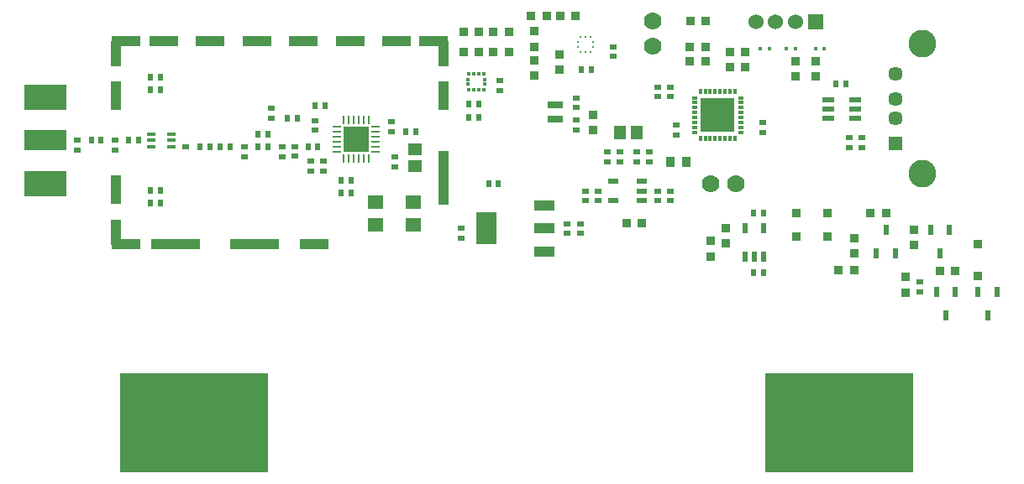
<source format=gbr>
%TF.GenerationSoftware,Altium Limited,Altium Designer,23.11.1 (41)*%
G04 Layer_Color=8388736*
%FSLAX45Y45*%
%MOMM*%
%TF.SameCoordinates,5A3C93BB-BC46-40EA-83D2-B686983C8B64*%
%TF.FilePolarity,Negative*%
%TF.FileFunction,Soldermask,Top*%
%TF.Part,Single*%
G01*
G75*
%TA.AperFunction,SMDPad,CuDef*%
%ADD10R,0.70000X0.60000*%
%ADD11R,15.00000X10.00000*%
%ADD12R,3.45000X3.45000*%
%ADD13R,0.30000X0.60000*%
%ADD14R,0.60000X0.30000*%
%ADD15R,0.40000X0.30000*%
%ADD16R,0.85000X0.90000*%
%ADD17R,0.90000X0.85000*%
%ADD18R,0.60000X0.70000*%
%ADD19R,0.95000X1.00000*%
%ADD20R,0.27500X0.25000*%
%ADD21R,0.25000X0.27500*%
%ADD22R,1.20000X0.60000*%
%ADD23R,1.19000X1.47000*%
%ADD24R,1.05000X0.60000*%
%ADD25R,0.38100X0.35560*%
%ADD26R,0.35560X0.38100*%
%ADD27R,0.60000X1.00000*%
%ADD28R,0.95000X0.90000*%
%ADD29R,0.90000X0.95000*%
%ADD30R,0.60000X1.05000*%
%ADD31R,2.15000X1.00000*%
%ADD32R,2.15000X3.25000*%
%ADD33R,2.60000X2.60000*%
%ADD34O,0.85000X0.25000*%
%ADD35O,0.25000X0.85000*%
%ADD37R,1.50000X0.80000*%
%ADD38R,0.64000X0.58000*%
%ADD39R,0.58000X0.64000*%
%ADD40R,0.55000X0.65000*%
%ADD41R,0.90000X0.40000*%
%ADD42R,1.60000X1.40000*%
%ADD43R,1.47000X1.19000*%
%TA.AperFunction,ComponentPad*%
%ADD62C,1.77800*%
%ADD63C,2.80000*%
%ADD64C,1.45000*%
%ADD65R,1.45000X1.45000*%
%ADD66C,1.52400*%
%ADD67R,1.52400X1.52400*%
%TA.AperFunction,ViaPad*%
%ADD69C,0.70000*%
%TA.AperFunction,NonConductor*%
%ADD77R,1.00001X5.50000*%
%ADD78R,3.00000X1.00001*%
%ADD79R,1.00001X3.00001*%
%ADD80R,1.00000X2.50000*%
%ADD81R,5.00000X1.00001*%
%ADD82R,5.00001X1.00001*%
%TA.AperFunction,ConnectorPad*%
%ADD83R,4.30000X2.00500*%
%TA.AperFunction,ComponentPad*%
%ADD84R,4.30000X2.51300*%
D10*
X2242500Y3935000D02*
D03*
X5960000Y5045000D02*
D03*
Y4945000D02*
D03*
X6540000Y4540000D02*
D03*
Y4640000D02*
D03*
X6410000D02*
D03*
Y4540000D02*
D03*
X7470000Y4280000D02*
D03*
Y4180000D02*
D03*
X8470000Y4130000D02*
D03*
Y4030000D02*
D03*
X6600000Y4255000D02*
D03*
Y4155000D02*
D03*
X6330000Y3980000D02*
D03*
Y3880000D02*
D03*
X6200000Y3980000D02*
D03*
Y3880000D02*
D03*
X6030000Y3980000D02*
D03*
Y3880000D02*
D03*
X5680000Y3590000D02*
D03*
Y3490000D02*
D03*
X5810000Y3590000D02*
D03*
Y3490000D02*
D03*
X8340000Y4130000D02*
D03*
Y4030000D02*
D03*
X4432500Y3110000D02*
D03*
Y3210000D02*
D03*
X6540000Y3590000D02*
D03*
Y3490000D02*
D03*
X5630000Y3260000D02*
D03*
Y3160000D02*
D03*
X5500000Y3260000D02*
D03*
Y3160000D02*
D03*
X5900000Y3980000D02*
D03*
Y3880000D02*
D03*
X4820000Y4705000D02*
D03*
Y4605000D02*
D03*
X9050000Y2670001D02*
D03*
X9050000Y2570000D02*
D03*
X6410000Y3590000D02*
D03*
Y3490000D02*
D03*
X5587500Y4530000D02*
D03*
Y4430000D02*
D03*
X5587499Y4205000D02*
D03*
Y4305000D02*
D03*
X2915000Y3790000D02*
D03*
X2915000Y3890000D02*
D03*
X3045000Y3790000D02*
D03*
X3045000Y3890000D02*
D03*
X3730000Y4185000D02*
D03*
Y4285000D02*
D03*
X1652500Y4035000D02*
D03*
X2242500D02*
D03*
X2625000Y3935000D02*
D03*
Y4035000D02*
D03*
X557500Y4100000D02*
D03*
Y4000000D02*
D03*
X940000Y4100000D02*
D03*
Y4000000D02*
D03*
X3757500Y3935000D02*
D03*
Y3835000D02*
D03*
X2520000Y4320000D02*
D03*
Y4420000D02*
D03*
D11*
X8240000Y1247500D02*
D03*
X1740000D02*
D03*
D12*
X7015000Y4355000D02*
D03*
D13*
X6840000Y4590000D02*
D03*
X6890000D02*
D03*
X6940000D02*
D03*
X6990000D02*
D03*
X7040000D02*
D03*
X7090000D02*
D03*
X7140000D02*
D03*
X7190000D02*
D03*
Y4120000D02*
D03*
X7140000D02*
D03*
X7090000D02*
D03*
X7040000D02*
D03*
X6990000D02*
D03*
X6940000D02*
D03*
X6890000D02*
D03*
X6840000D02*
D03*
D14*
X7250000Y4530000D02*
D03*
Y4480000D02*
D03*
Y4430000D02*
D03*
Y4380000D02*
D03*
Y4330000D02*
D03*
Y4280000D02*
D03*
Y4230000D02*
D03*
Y4180000D02*
D03*
X6780000D02*
D03*
Y4230000D02*
D03*
Y4280000D02*
D03*
Y4330000D02*
D03*
Y4380000D02*
D03*
Y4430000D02*
D03*
Y4480000D02*
D03*
Y4530000D02*
D03*
D15*
X7800000Y5022500D02*
D03*
X7710000D02*
D03*
X8090000D02*
D03*
X8000000D02*
D03*
X7537500Y5022500D02*
D03*
X7447500D02*
D03*
D16*
X6890000Y5045000D02*
D03*
X6735000D02*
D03*
X6890000Y4895000D02*
D03*
X6735000D02*
D03*
X5290000Y5355000D02*
D03*
X5135000D02*
D03*
X5425000D02*
D03*
X5580000D02*
D03*
X6095000Y3265000D02*
D03*
X6250000D02*
D03*
X4455000Y5195000D02*
D03*
X4610000D02*
D03*
X4610000Y4995000D02*
D03*
X4455000D02*
D03*
X4755000D02*
D03*
X4910000D02*
D03*
X4755000Y5195000D02*
D03*
X4910000D02*
D03*
X9410000Y2780000D02*
D03*
X9255000D02*
D03*
X8710000Y3370000D02*
D03*
X8555000D02*
D03*
X8390000Y2790000D02*
D03*
X8235000D02*
D03*
X7292500Y4992500D02*
D03*
X7137500D02*
D03*
X7292500Y4842500D02*
D03*
X7137500D02*
D03*
X6897500Y5302500D02*
D03*
X6742500D02*
D03*
D17*
X8000000Y4897500D02*
D03*
Y4742500D02*
D03*
X7800000Y4897500D02*
D03*
Y4742500D02*
D03*
X5170000Y5200000D02*
D03*
Y5045000D02*
D03*
Y4910000D02*
D03*
Y4755000D02*
D03*
X5420000Y4970000D02*
D03*
Y4815000D02*
D03*
X8910000Y2720000D02*
D03*
Y2565000D02*
D03*
X8990000Y3200000D02*
D03*
Y3045001D02*
D03*
X8390000Y3115000D02*
D03*
Y2960000D02*
D03*
X6947500Y3082500D02*
D03*
Y2927500D02*
D03*
X7097500Y3212500D02*
D03*
Y3057500D02*
D03*
X5760000Y4360000D02*
D03*
Y4205000D02*
D03*
D18*
X8310000Y4670000D02*
D03*
X8210000D02*
D03*
X4805001Y3660000D02*
D03*
X4705000D02*
D03*
X5740000Y4815000D02*
D03*
X5640000D02*
D03*
X4610000Y4335000D02*
D03*
X4510000D02*
D03*
X4610000Y4465000D02*
D03*
X4510000D02*
D03*
X7477500Y3367500D02*
D03*
X7377500D02*
D03*
X7477500Y2767500D02*
D03*
X7377500Y2767500D02*
D03*
X3317500Y3570000D02*
D03*
X3217500D02*
D03*
X3317500Y3700000D02*
D03*
X3217500D02*
D03*
X1300000Y4610000D02*
D03*
X1400000D02*
D03*
X2383500Y4165000D02*
D03*
X2483500D02*
D03*
X2000000Y4035000D02*
D03*
X2100000D02*
D03*
X1080000Y4100000D02*
D03*
X1180000D02*
D03*
X2680000Y4320000D02*
D03*
X2780000D02*
D03*
X1300000Y3597500D02*
D03*
X1400000D02*
D03*
X3060000Y4450000D02*
D03*
X2960000D02*
D03*
D19*
X6540000Y3880000D02*
D03*
X6695000D02*
D03*
D20*
X5607500Y5095000D02*
D03*
Y5045000D02*
D03*
X5760000Y5095000D02*
D03*
Y5045000D02*
D03*
D21*
X5683750Y4993750D02*
D03*
X5733750D02*
D03*
X5633750D02*
D03*
X5683750Y5146250D02*
D03*
X5733750D02*
D03*
X5633750D02*
D03*
D22*
X8400000Y4415000D02*
D03*
Y4510000D02*
D03*
Y4320000D02*
D03*
X8130000Y4415000D02*
D03*
Y4510000D02*
D03*
Y4320000D02*
D03*
D23*
X6030000Y4180000D02*
D03*
X6201000D02*
D03*
D24*
X6250000Y3590000D02*
D03*
Y3685000D02*
D03*
Y3495000D02*
D03*
X5965000Y3685000D02*
D03*
Y3495000D02*
D03*
D25*
X4668820Y4716180D02*
D03*
X4668820Y4666180D02*
D03*
X4501180Y4716180D02*
D03*
Y4666180D02*
D03*
D26*
X4660000Y4775000D02*
D03*
X4610000Y4775000D02*
D03*
X4610000Y4607361D02*
D03*
X4560000D02*
D03*
X4660000D02*
D03*
X4560000Y4775000D02*
D03*
X4510000Y4775000D02*
D03*
Y4607361D02*
D03*
D27*
X9410000Y2570000D02*
D03*
X9220000D02*
D03*
X9315000Y2330000D02*
D03*
X8710000Y3200000D02*
D03*
X8615000Y2960000D02*
D03*
X8805000D02*
D03*
X9830000Y2570000D02*
D03*
X9640000D02*
D03*
X9735000Y2330000D02*
D03*
X9350000Y3200000D02*
D03*
X9160000D02*
D03*
X9255000Y2960000D02*
D03*
D28*
X9640000Y3050000D02*
D03*
Y2735001D02*
D03*
D29*
X8120000Y3370000D02*
D03*
X7805000D02*
D03*
X8120000Y3130000D02*
D03*
X7805000D02*
D03*
D30*
X7477500Y3212500D02*
D03*
X7287500D02*
D03*
X7477500Y2927500D02*
D03*
X7287500D02*
D03*
X7382500D02*
D03*
D31*
X5270000Y3440000D02*
D03*
Y3210000D02*
D03*
Y2980000D02*
D03*
D32*
X4685000Y3210000D02*
D03*
D33*
X3370000Y4110000D02*
D03*
D34*
X3177500Y3985000D02*
D03*
Y4035000D02*
D03*
Y4085000D02*
D03*
Y4135000D02*
D03*
Y4185000D02*
D03*
Y4235000D02*
D03*
X3562500D02*
D03*
Y4185000D02*
D03*
Y4135000D02*
D03*
Y4085000D02*
D03*
Y4035000D02*
D03*
Y3985000D02*
D03*
D35*
X3245000Y4302500D02*
D03*
X3295000D02*
D03*
X3345000D02*
D03*
X3395000D02*
D03*
X3445000D02*
D03*
X3495000D02*
D03*
Y3917500D02*
D03*
X3445000D02*
D03*
X3395000D02*
D03*
X3345000D02*
D03*
X3295000D02*
D03*
X3245000D02*
D03*
D37*
X5377500Y4310000D02*
D03*
Y4460000D02*
D03*
D38*
X2755000Y3937500D02*
D03*
Y4035500D02*
D03*
X2960000Y4300000D02*
D03*
Y4202000D02*
D03*
D39*
X3972500Y4185000D02*
D03*
X3874500D02*
D03*
X1895000Y4035000D02*
D03*
X1797000D02*
D03*
X2482500D02*
D03*
X2384500D02*
D03*
X800000Y4100000D02*
D03*
X702000D02*
D03*
D40*
X1395000Y4737500D02*
D03*
X1300000D02*
D03*
X2985000Y4035000D02*
D03*
X2890000D02*
D03*
X1395000Y3470000D02*
D03*
X1300000D02*
D03*
D41*
X1512500Y4035000D02*
D03*
Y4100000D02*
D03*
Y4165000D02*
D03*
X1302500D02*
D03*
Y4100000D02*
D03*
Y4035000D02*
D03*
D42*
X3947500Y3475000D02*
D03*
Y3245000D02*
D03*
X3567500Y3475000D02*
D03*
X3567500Y3245000D02*
D03*
D43*
X3962500Y3836500D02*
D03*
Y4007500D02*
D03*
D62*
X6362500Y5302500D02*
D03*
Y5048500D02*
D03*
X7202500Y3662500D02*
D03*
X6948500D02*
D03*
D63*
X9081000Y5077000D02*
D03*
Y3763000D02*
D03*
D64*
X8810000Y4520001D02*
D03*
Y4320000D02*
D03*
Y4770000D02*
D03*
D65*
Y4070000D02*
D03*
D66*
X7800000Y5295000D02*
D03*
X7400000D02*
D03*
X7600000D02*
D03*
D67*
X8000000D02*
D03*
D69*
X7125000Y4245000D02*
D03*
X7015000D02*
D03*
X6905000D02*
D03*
X7125000Y4355000D02*
D03*
X7015000D02*
D03*
X6905000D02*
D03*
X7125000Y4465000D02*
D03*
X7015000D02*
D03*
X6905000D02*
D03*
X3425000Y4165000D02*
D03*
Y4055000D02*
D03*
X3315000Y4165000D02*
D03*
Y4055000D02*
D03*
D77*
X4250000Y3725000D02*
D03*
D78*
X3780000Y5100000D02*
D03*
X2950000Y3050000D02*
D03*
X1050000D02*
D03*
X1050000Y5100000D02*
D03*
X4150000D02*
D03*
X3309999D02*
D03*
X2840000D02*
D03*
X2370000D02*
D03*
X1430000D02*
D03*
X1900000D02*
D03*
D79*
X4250000Y4550001D02*
D03*
X950000Y3600000D02*
D03*
Y4550001D02*
D03*
D80*
X950000Y3175001D02*
D03*
X950000Y4974999D02*
D03*
X4250000D02*
D03*
D81*
X1550000Y3050000D02*
D03*
D82*
X2350000D02*
D03*
D83*
X242500Y4100000D02*
D03*
D84*
Y3662000D02*
D03*
Y4538000D02*
D03*
%TF.MD5,19cae37b54d4c5858c3d08086377272c*%
M02*

</source>
